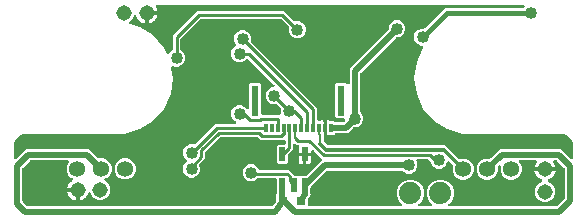
<source format=gbr>
G04 EAGLE Gerber RS-274X export*
G75*
%MOMM*%
%FSLAX34Y34*%
%LPD*%
%INBottom Copper*%
%IPPOS*%
%AMOC8*
5,1,8,0,0,1.08239X$1,22.5*%
G01*
%ADD10C,1.359600*%
%ADD11C,1.879600*%
%ADD12R,0.550000X1.200000*%
%ADD13R,0.800000X0.800000*%
%ADD14R,0.350000X0.800000*%
%ADD15R,0.600000X2.600000*%
%ADD16C,1.309600*%
%ADD17C,1.016000*%
%ADD18C,0.254000*%
%ADD19C,0.406400*%
%ADD20C,0.203200*%
%ADD21C,0.304800*%
%ADD22C,0.508000*%

G36*
X330933Y10432D02*
X330933Y10432D01*
X331072Y10445D01*
X331091Y10452D01*
X331111Y10455D01*
X331240Y10506D01*
X331371Y10553D01*
X331388Y10564D01*
X331407Y10572D01*
X331519Y10653D01*
X331634Y10731D01*
X331648Y10747D01*
X331664Y10758D01*
X331753Y10866D01*
X331845Y10970D01*
X331854Y10988D01*
X331867Y11003D01*
X331926Y11129D01*
X331989Y11253D01*
X331994Y11273D01*
X332002Y11291D01*
X332029Y11427D01*
X332059Y11563D01*
X332058Y11584D01*
X332062Y11603D01*
X332054Y11742D01*
X332049Y11881D01*
X332044Y11901D01*
X332042Y11921D01*
X332000Y12053D01*
X331961Y12187D01*
X331951Y12204D01*
X331944Y12223D01*
X331870Y12341D01*
X331799Y12461D01*
X331781Y12482D01*
X331774Y12492D01*
X331759Y12506D01*
X331693Y12581D01*
X329089Y15185D01*
X327349Y19386D01*
X327349Y23934D01*
X329089Y28135D01*
X332305Y31351D01*
X336506Y33091D01*
X341054Y33091D01*
X345255Y31351D01*
X348471Y28135D01*
X350211Y23934D01*
X350211Y19386D01*
X348471Y15185D01*
X345867Y12581D01*
X345782Y12472D01*
X345693Y12365D01*
X345684Y12346D01*
X345672Y12330D01*
X345616Y12202D01*
X345558Y12077D01*
X345554Y12057D01*
X345546Y12038D01*
X345524Y11900D01*
X345498Y11764D01*
X345499Y11744D01*
X345496Y11724D01*
X345509Y11585D01*
X345518Y11447D01*
X345524Y11428D01*
X345526Y11408D01*
X345573Y11276D01*
X345616Y11145D01*
X345626Y11127D01*
X345633Y11108D01*
X345711Y10993D01*
X345786Y10876D01*
X345800Y10862D01*
X345812Y10845D01*
X345916Y10753D01*
X346017Y10658D01*
X346035Y10648D01*
X346050Y10635D01*
X346174Y10571D01*
X346296Y10504D01*
X346315Y10499D01*
X346333Y10490D01*
X346469Y10460D01*
X346604Y10425D01*
X346632Y10423D01*
X346644Y10420D01*
X346664Y10421D01*
X346764Y10415D01*
X356196Y10415D01*
X356333Y10432D01*
X356472Y10445D01*
X356491Y10452D01*
X356511Y10455D01*
X356640Y10506D01*
X356771Y10553D01*
X356788Y10564D01*
X356807Y10572D01*
X356919Y10653D01*
X357034Y10731D01*
X357048Y10747D01*
X357064Y10758D01*
X357153Y10866D01*
X357245Y10970D01*
X357254Y10988D01*
X357267Y11003D01*
X357326Y11129D01*
X357389Y11253D01*
X357394Y11273D01*
X357402Y11291D01*
X357429Y11427D01*
X357459Y11563D01*
X357458Y11584D01*
X357462Y11603D01*
X357454Y11742D01*
X357449Y11881D01*
X357444Y11901D01*
X357442Y11921D01*
X357400Y12053D01*
X357361Y12187D01*
X357351Y12204D01*
X357344Y12223D01*
X357270Y12341D01*
X357199Y12461D01*
X357181Y12482D01*
X357174Y12492D01*
X357159Y12506D01*
X357093Y12581D01*
X354489Y15185D01*
X352749Y19386D01*
X352749Y23934D01*
X354489Y28135D01*
X357705Y31351D01*
X361906Y33091D01*
X366454Y33091D01*
X370655Y31351D01*
X373871Y28135D01*
X375611Y23934D01*
X375611Y19386D01*
X373871Y15185D01*
X371267Y12581D01*
X371182Y12472D01*
X371093Y12365D01*
X371084Y12346D01*
X371072Y12330D01*
X371016Y12202D01*
X370958Y12077D01*
X370954Y12057D01*
X370946Y12038D01*
X370924Y11900D01*
X370898Y11764D01*
X370899Y11744D01*
X370896Y11724D01*
X370909Y11585D01*
X370918Y11447D01*
X370924Y11428D01*
X370926Y11408D01*
X370973Y11276D01*
X371016Y11145D01*
X371026Y11127D01*
X371033Y11108D01*
X371111Y10993D01*
X371186Y10876D01*
X371200Y10862D01*
X371212Y10845D01*
X371316Y10753D01*
X371417Y10658D01*
X371435Y10648D01*
X371450Y10635D01*
X371574Y10571D01*
X371696Y10504D01*
X371715Y10499D01*
X371733Y10490D01*
X371869Y10460D01*
X372004Y10425D01*
X372032Y10423D01*
X372044Y10420D01*
X372064Y10421D01*
X372164Y10415D01*
X462400Y10415D01*
X462498Y10427D01*
X462597Y10430D01*
X462656Y10447D01*
X462716Y10455D01*
X462808Y10491D01*
X462903Y10519D01*
X462955Y10549D01*
X463011Y10572D01*
X463092Y10630D01*
X463177Y10680D01*
X463252Y10746D01*
X463269Y10758D01*
X463277Y10768D01*
X463298Y10786D01*
X469214Y16702D01*
X469274Y16781D01*
X469342Y16853D01*
X469371Y16906D01*
X469408Y16954D01*
X469448Y17045D01*
X469496Y17131D01*
X469511Y17190D01*
X469535Y17245D01*
X469550Y17343D01*
X469575Y17439D01*
X469581Y17539D01*
X469585Y17560D01*
X469583Y17572D01*
X469585Y17600D01*
X469585Y42400D01*
X469573Y42498D01*
X469570Y42597D01*
X469553Y42656D01*
X469545Y42716D01*
X469509Y42808D01*
X469481Y42903D01*
X469451Y42955D01*
X469428Y43011D01*
X469370Y43091D01*
X469320Y43177D01*
X469254Y43252D01*
X469242Y43269D01*
X469232Y43277D01*
X469214Y43298D01*
X463298Y49214D01*
X463219Y49274D01*
X463147Y49342D01*
X463094Y49371D01*
X463046Y49408D01*
X462955Y49448D01*
X462869Y49496D01*
X462810Y49511D01*
X462755Y49535D01*
X462657Y49550D01*
X462561Y49575D01*
X462461Y49581D01*
X462440Y49585D01*
X462428Y49583D01*
X462400Y49585D01*
X461059Y49585D01*
X461019Y49580D01*
X460980Y49583D01*
X460862Y49560D01*
X460743Y49545D01*
X460706Y49531D01*
X460667Y49523D01*
X460559Y49472D01*
X460448Y49428D01*
X460416Y49405D01*
X460379Y49388D01*
X460287Y49312D01*
X460190Y49242D01*
X460165Y49211D01*
X460134Y49186D01*
X460064Y49089D01*
X459988Y48997D01*
X459971Y48961D01*
X459947Y48928D01*
X459903Y48817D01*
X459852Y48709D01*
X459845Y48670D01*
X459830Y48633D01*
X459815Y48514D01*
X459792Y48397D01*
X459795Y48357D01*
X459790Y48317D01*
X459805Y48198D01*
X459812Y48079D01*
X459824Y48041D01*
X459829Y48002D01*
X459873Y47890D01*
X459910Y47777D01*
X459931Y47743D01*
X459946Y47706D01*
X460032Y47570D01*
X460683Y46673D01*
X461333Y45399D01*
X461775Y44038D01*
X461835Y43659D01*
X453390Y43659D01*
X453272Y43644D01*
X453153Y43637D01*
X453115Y43624D01*
X453075Y43619D01*
X452964Y43576D01*
X452916Y43560D01*
X452898Y43570D01*
X452859Y43580D01*
X452823Y43597D01*
X452706Y43619D01*
X452590Y43649D01*
X452530Y43653D01*
X452510Y43657D01*
X452490Y43655D01*
X452430Y43659D01*
X443985Y43659D01*
X444045Y44038D01*
X444487Y45399D01*
X445137Y46673D01*
X445788Y47570D01*
X445807Y47605D01*
X445832Y47635D01*
X445883Y47744D01*
X445941Y47849D01*
X445951Y47887D01*
X445968Y47923D01*
X445990Y48040D01*
X446020Y48157D01*
X446020Y48197D01*
X446028Y48236D01*
X446020Y48355D01*
X446020Y48475D01*
X446010Y48513D01*
X446008Y48553D01*
X445971Y48667D01*
X445941Y48783D01*
X445922Y48818D01*
X445910Y48855D01*
X445846Y48957D01*
X445788Y49062D01*
X445761Y49091D01*
X445740Y49124D01*
X445653Y49206D01*
X445571Y49293D01*
X445537Y49315D01*
X445508Y49342D01*
X445403Y49400D01*
X445302Y49464D01*
X445265Y49476D01*
X445230Y49496D01*
X445114Y49525D01*
X445000Y49563D01*
X444960Y49565D01*
X444922Y49575D01*
X444761Y49585D01*
X432148Y49585D01*
X432010Y49568D01*
X431871Y49555D01*
X431852Y49548D01*
X431832Y49545D01*
X431702Y49494D01*
X431572Y49447D01*
X431555Y49436D01*
X431536Y49428D01*
X431424Y49347D01*
X431309Y49269D01*
X431295Y49253D01*
X431279Y49242D01*
X431190Y49134D01*
X431098Y49030D01*
X431089Y49012D01*
X431076Y48997D01*
X431017Y48871D01*
X430954Y48747D01*
X430949Y48727D01*
X430941Y48709D01*
X430915Y48572D01*
X430884Y48437D01*
X430885Y48416D01*
X430881Y48397D01*
X430889Y48258D01*
X430894Y48119D01*
X430899Y48099D01*
X430901Y48079D01*
X430943Y47947D01*
X430982Y47813D01*
X430992Y47796D01*
X430999Y47777D01*
X431073Y47659D01*
X431144Y47539D01*
X431162Y47518D01*
X431169Y47508D01*
X431184Y47494D01*
X431250Y47419D01*
X431826Y46842D01*
X433171Y43597D01*
X433171Y40083D01*
X431826Y36838D01*
X429342Y34354D01*
X426097Y33009D01*
X422583Y33009D01*
X419338Y34354D01*
X416854Y36838D01*
X415509Y40083D01*
X415509Y43798D01*
X415492Y43936D01*
X415479Y44075D01*
X415472Y44094D01*
X415469Y44114D01*
X415418Y44243D01*
X415371Y44374D01*
X415360Y44391D01*
X415352Y44409D01*
X415271Y44522D01*
X415193Y44637D01*
X415177Y44650D01*
X415166Y44667D01*
X415058Y44756D01*
X414954Y44847D01*
X414936Y44857D01*
X414921Y44870D01*
X414795Y44929D01*
X414671Y44992D01*
X414651Y44997D01*
X414633Y45005D01*
X414497Y45031D01*
X414361Y45062D01*
X414340Y45061D01*
X414321Y45065D01*
X414182Y45056D01*
X414043Y45052D01*
X414023Y45046D01*
X414003Y45045D01*
X413871Y45002D01*
X413737Y44964D01*
X413720Y44953D01*
X413701Y44947D01*
X413583Y44873D01*
X413463Y44802D01*
X413442Y44784D01*
X413432Y44777D01*
X413418Y44762D01*
X413343Y44696D01*
X413222Y44576D01*
X413162Y44497D01*
X413094Y44425D01*
X413065Y44372D01*
X413028Y44324D01*
X412988Y44233D01*
X412940Y44147D01*
X412925Y44088D01*
X412901Y44033D01*
X412886Y43935D01*
X412861Y43839D01*
X412855Y43739D01*
X412851Y43718D01*
X412853Y43706D01*
X412851Y43678D01*
X412851Y40083D01*
X411506Y36838D01*
X409022Y34354D01*
X405777Y33009D01*
X402263Y33009D01*
X399018Y34354D01*
X396534Y36838D01*
X395189Y40083D01*
X395189Y43597D01*
X396534Y46842D01*
X399018Y49326D01*
X402263Y50671D01*
X405858Y50671D01*
X405956Y50683D01*
X406055Y50686D01*
X406114Y50703D01*
X406174Y50711D01*
X406266Y50747D01*
X406361Y50775D01*
X406413Y50805D01*
X406469Y50828D01*
X406550Y50886D01*
X406635Y50936D01*
X406710Y51002D01*
X406727Y51014D01*
X406735Y51024D01*
X406756Y51042D01*
X411393Y55680D01*
X414444Y58731D01*
X466714Y58731D01*
X469764Y55681D01*
X469764Y55680D01*
X474531Y50914D01*
X474640Y50829D01*
X474747Y50740D01*
X474766Y50732D01*
X474782Y50719D01*
X474910Y50664D01*
X475035Y50605D01*
X475055Y50601D01*
X475074Y50593D01*
X475212Y50571D01*
X475348Y50545D01*
X475368Y50546D01*
X475388Y50543D01*
X475527Y50556D01*
X475665Y50565D01*
X475684Y50571D01*
X475704Y50573D01*
X475836Y50620D01*
X475967Y50663D01*
X475985Y50674D01*
X476004Y50681D01*
X476119Y50759D01*
X476236Y50833D01*
X476250Y50848D01*
X476267Y50859D01*
X476359Y50963D01*
X476454Y51065D01*
X476464Y51082D01*
X476477Y51098D01*
X476541Y51221D01*
X476608Y51343D01*
X476613Y51363D01*
X476622Y51381D01*
X476652Y51517D01*
X476687Y51651D01*
X476689Y51679D01*
X476692Y51691D01*
X476691Y51711D01*
X476697Y51812D01*
X476697Y62300D01*
X476695Y62320D01*
X476691Y62424D01*
X476535Y64010D01*
X476511Y64114D01*
X476497Y64219D01*
X476469Y64299D01*
X476464Y64320D01*
X476457Y64334D01*
X476444Y64371D01*
X475231Y67301D01*
X475226Y67309D01*
X475224Y67318D01*
X475148Y67447D01*
X475073Y67578D01*
X475067Y67584D01*
X475062Y67592D01*
X474956Y67713D01*
X472713Y69956D01*
X472706Y69961D01*
X472700Y69969D01*
X472580Y70059D01*
X472462Y70151D01*
X472453Y70154D01*
X472446Y70160D01*
X472301Y70231D01*
X469371Y71444D01*
X469269Y71472D01*
X469169Y71509D01*
X469086Y71523D01*
X469065Y71528D01*
X469049Y71529D01*
X469010Y71535D01*
X467424Y71691D01*
X467405Y71691D01*
X467300Y71697D01*
X383199Y71697D01*
X370148Y75529D01*
X358705Y82883D01*
X349797Y93163D01*
X344147Y105536D01*
X342211Y119000D01*
X344147Y132464D01*
X349763Y144761D01*
X349784Y144830D01*
X349815Y144895D01*
X349831Y144981D01*
X349857Y145064D01*
X349861Y145137D01*
X349875Y145208D01*
X349869Y145295D01*
X349874Y145382D01*
X349859Y145453D01*
X349855Y145525D01*
X349828Y145608D01*
X349811Y145694D01*
X349779Y145759D01*
X349757Y145827D01*
X349710Y145901D01*
X349672Y145980D01*
X349625Y146035D01*
X349587Y146096D01*
X349523Y146156D01*
X349467Y146223D01*
X349408Y146265D01*
X349355Y146314D01*
X349279Y146356D01*
X349207Y146407D01*
X349140Y146433D01*
X349077Y146468D01*
X348992Y146489D01*
X348910Y146521D01*
X348839Y146529D01*
X348769Y146547D01*
X348608Y146557D01*
X347835Y146557D01*
X345221Y147640D01*
X343220Y149641D01*
X342137Y152255D01*
X342137Y155085D01*
X343220Y157699D01*
X345221Y159700D01*
X347835Y160783D01*
X350089Y160783D01*
X350187Y160795D01*
X350286Y160798D01*
X350344Y160815D01*
X350404Y160823D01*
X350496Y160859D01*
X350591Y160887D01*
X350643Y160917D01*
X350700Y160940D01*
X350780Y160998D01*
X350865Y161048D01*
X350941Y161114D01*
X350957Y161126D01*
X350965Y161136D01*
X350986Y161154D01*
X367886Y178055D01*
X434170Y178055D01*
X434268Y178067D01*
X434367Y178070D01*
X434426Y178087D01*
X434486Y178095D01*
X434578Y178131D01*
X434673Y178159D01*
X434725Y178189D01*
X434781Y178212D01*
X434861Y178270D01*
X434947Y178320D01*
X435022Y178386D01*
X435039Y178398D01*
X435046Y178408D01*
X435068Y178426D01*
X435444Y178803D01*
X435529Y178912D01*
X435617Y179019D01*
X435626Y179038D01*
X435639Y179054D01*
X435694Y179182D01*
X435753Y179307D01*
X435757Y179327D01*
X435765Y179346D01*
X435787Y179484D01*
X435813Y179620D01*
X435812Y179640D01*
X435815Y179660D01*
X435802Y179799D01*
X435793Y179937D01*
X435787Y179956D01*
X435785Y179976D01*
X435738Y180108D01*
X435695Y180239D01*
X435684Y180257D01*
X435677Y180276D01*
X435599Y180391D01*
X435525Y180508D01*
X435510Y180522D01*
X435499Y180539D01*
X435395Y180631D01*
X435293Y180726D01*
X435275Y180736D01*
X435260Y180749D01*
X435137Y180812D01*
X435015Y180880D01*
X434995Y180885D01*
X434977Y180894D01*
X434841Y180924D01*
X434707Y180959D01*
X434679Y180961D01*
X434667Y180964D01*
X434646Y180963D01*
X434546Y180969D01*
X124530Y180969D01*
X124432Y180957D01*
X124332Y180954D01*
X124274Y180937D01*
X124215Y180929D01*
X124122Y180893D01*
X124027Y180865D01*
X123975Y180835D01*
X123919Y180812D01*
X123839Y180754D01*
X123753Y180703D01*
X123710Y180661D01*
X123662Y180626D01*
X123598Y180549D01*
X123528Y180479D01*
X123497Y180427D01*
X123459Y180381D01*
X123416Y180291D01*
X123366Y180205D01*
X123349Y180147D01*
X123323Y180093D01*
X123305Y179995D01*
X123277Y179900D01*
X123275Y179840D01*
X123264Y179781D01*
X123270Y179681D01*
X123266Y179582D01*
X123280Y179523D01*
X123283Y179463D01*
X123314Y179369D01*
X123335Y179272D01*
X123375Y179180D01*
X123381Y179161D01*
X123388Y179150D01*
X123399Y179124D01*
X123993Y177959D01*
X124435Y176598D01*
X124495Y176219D01*
X116050Y176219D01*
X115932Y176204D01*
X115813Y176197D01*
X115775Y176184D01*
X115735Y176179D01*
X115624Y176136D01*
X115511Y176099D01*
X115477Y176077D01*
X115439Y176062D01*
X115343Y175993D01*
X115242Y175929D01*
X115214Y175899D01*
X115182Y175876D01*
X115106Y175784D01*
X115024Y175697D01*
X115005Y175662D01*
X114979Y175631D01*
X114928Y175523D01*
X114871Y175419D01*
X114861Y175379D01*
X114843Y175343D01*
X114821Y175226D01*
X114815Y175224D01*
X114774Y175219D01*
X114664Y175175D01*
X114551Y175139D01*
X114516Y175117D01*
X114479Y175102D01*
X114382Y175032D01*
X114282Y174969D01*
X114254Y174939D01*
X114221Y174915D01*
X114145Y174824D01*
X114064Y174737D01*
X114044Y174702D01*
X114019Y174670D01*
X113968Y174563D01*
X113910Y174458D01*
X113900Y174419D01*
X113883Y174383D01*
X113861Y174266D01*
X113831Y174150D01*
X113827Y174090D01*
X113823Y174070D01*
X113825Y174050D01*
X113821Y173990D01*
X113821Y165545D01*
X113442Y165605D01*
X112081Y166047D01*
X110807Y166697D01*
X109649Y167538D01*
X108638Y168549D01*
X107797Y169707D01*
X107147Y170981D01*
X106986Y171476D01*
X106974Y171503D01*
X106967Y171532D01*
X106906Y171647D01*
X106851Y171764D01*
X106832Y171787D01*
X106818Y171814D01*
X106731Y171909D01*
X106648Y172009D01*
X106624Y172027D01*
X106604Y172049D01*
X106496Y172120D01*
X106391Y172196D01*
X106363Y172207D01*
X106338Y172224D01*
X106215Y172266D01*
X106095Y172313D01*
X106066Y172317D01*
X106037Y172327D01*
X105908Y172337D01*
X105780Y172353D01*
X105750Y172350D01*
X105720Y172352D01*
X105593Y172330D01*
X105464Y172314D01*
X105437Y172303D01*
X105407Y172298D01*
X105289Y172244D01*
X105169Y172197D01*
X105144Y172179D01*
X105117Y172167D01*
X105016Y172086D01*
X104911Y172010D01*
X104892Y171987D01*
X104869Y171969D01*
X104791Y171865D01*
X104708Y171765D01*
X104695Y171738D01*
X104677Y171714D01*
X104606Y171570D01*
X103794Y169609D01*
X101321Y167136D01*
X101267Y167106D01*
X101233Y167072D01*
X101193Y167045D01*
X101119Y166962D01*
X101039Y166884D01*
X101014Y166843D01*
X100982Y166807D01*
X100931Y166708D01*
X100873Y166613D01*
X100859Y166567D01*
X100837Y166525D01*
X100812Y166416D01*
X100779Y166309D01*
X100777Y166261D01*
X100766Y166214D01*
X100769Y166103D01*
X100764Y165992D01*
X100774Y165945D01*
X100775Y165897D01*
X100806Y165790D01*
X100828Y165680D01*
X100849Y165637D01*
X100862Y165591D01*
X100919Y165495D01*
X100968Y165395D01*
X100999Y165358D01*
X101023Y165316D01*
X101102Y165237D01*
X101174Y165153D01*
X101213Y165125D01*
X101247Y165091D01*
X101343Y165033D01*
X101434Y164969D01*
X101479Y164952D01*
X101520Y164928D01*
X101672Y164873D01*
X109852Y162471D01*
X121295Y155117D01*
X130203Y144837D01*
X132544Y139711D01*
X132605Y139611D01*
X132660Y139508D01*
X132689Y139477D01*
X132711Y139440D01*
X132795Y139359D01*
X132874Y139273D01*
X132910Y139250D01*
X132940Y139220D01*
X133042Y139162D01*
X133139Y139098D01*
X133180Y139084D01*
X133217Y139063D01*
X133330Y139033D01*
X133440Y138995D01*
X133483Y138992D01*
X133524Y138981D01*
X133641Y138979D01*
X133757Y138970D01*
X133799Y138977D01*
X133842Y138977D01*
X133956Y139005D01*
X134070Y139024D01*
X134110Y139042D01*
X134151Y139052D01*
X134254Y139107D01*
X134360Y139155D01*
X134394Y139182D01*
X134432Y139202D01*
X134518Y139281D01*
X134609Y139354D01*
X134635Y139388D01*
X134666Y139417D01*
X134730Y139514D01*
X134800Y139608D01*
X134829Y139666D01*
X134840Y139683D01*
X134846Y139702D01*
X134871Y139752D01*
X134940Y139919D01*
X136947Y141926D01*
X137047Y141989D01*
X137160Y142054D01*
X137181Y142074D01*
X137206Y142090D01*
X137295Y142184D01*
X137388Y142275D01*
X137404Y142300D01*
X137424Y142322D01*
X137487Y142435D01*
X137555Y142546D01*
X137563Y142574D01*
X137578Y142600D01*
X137610Y142726D01*
X137648Y142850D01*
X137650Y142880D01*
X137657Y142908D01*
X137667Y143069D01*
X137667Y155038D01*
X158652Y176023D01*
X231965Y176023D01*
X240556Y167432D01*
X240580Y167413D01*
X240599Y167391D01*
X240705Y167316D01*
X240807Y167237D01*
X240835Y167225D01*
X240859Y167208D01*
X240980Y167162D01*
X241099Y167110D01*
X241129Y167106D01*
X241156Y167095D01*
X241285Y167081D01*
X241413Y167060D01*
X241443Y167063D01*
X241472Y167060D01*
X241601Y167078D01*
X241730Y167090D01*
X241758Y167100D01*
X241787Y167104D01*
X241870Y167133D01*
X244712Y167133D01*
X247326Y166050D01*
X249327Y164049D01*
X250410Y161435D01*
X250410Y158605D01*
X249327Y155991D01*
X247326Y153990D01*
X244712Y152907D01*
X241882Y152907D01*
X239268Y153990D01*
X237267Y155991D01*
X236184Y158605D01*
X236184Y161443D01*
X236210Y161559D01*
X236244Y161684D01*
X236245Y161714D01*
X236251Y161743D01*
X236247Y161872D01*
X236250Y162002D01*
X236243Y162031D01*
X236242Y162061D01*
X236206Y162185D01*
X236175Y162312D01*
X236162Y162338D01*
X236153Y162366D01*
X236087Y162478D01*
X236027Y162593D01*
X236007Y162614D01*
X235992Y162640D01*
X235885Y162761D01*
X229601Y169046D01*
X229522Y169106D01*
X229450Y169174D01*
X229397Y169203D01*
X229349Y169240D01*
X229258Y169280D01*
X229172Y169328D01*
X229113Y169343D01*
X229058Y169367D01*
X228960Y169382D01*
X228864Y169407D01*
X228764Y169413D01*
X228743Y169417D01*
X228731Y169415D01*
X228703Y169417D01*
X161914Y169417D01*
X161816Y169405D01*
X161717Y169402D01*
X161658Y169385D01*
X161598Y169377D01*
X161506Y169341D01*
X161411Y169313D01*
X161359Y169283D01*
X161303Y169260D01*
X161223Y169202D01*
X161137Y169152D01*
X161062Y169086D01*
X161045Y169074D01*
X161037Y169064D01*
X161016Y169046D01*
X144644Y152674D01*
X144584Y152595D01*
X144516Y152523D01*
X144487Y152470D01*
X144450Y152422D01*
X144410Y152331D01*
X144362Y152245D01*
X144347Y152186D01*
X144323Y152131D01*
X144308Y152033D01*
X144283Y151937D01*
X144277Y151837D01*
X144273Y151816D01*
X144275Y151804D01*
X144273Y151776D01*
X144273Y143069D01*
X144276Y143039D01*
X144274Y143010D01*
X144296Y142882D01*
X144313Y142753D01*
X144323Y142726D01*
X144329Y142697D01*
X144382Y142578D01*
X144430Y142458D01*
X144447Y142434D01*
X144459Y142407D01*
X144540Y142305D01*
X144616Y142200D01*
X144639Y142181D01*
X144658Y142158D01*
X144762Y142080D01*
X144861Y141997D01*
X144888Y141985D01*
X144912Y141967D01*
X144990Y141928D01*
X147000Y139919D01*
X148083Y137305D01*
X148083Y134475D01*
X147000Y131861D01*
X144999Y129860D01*
X142385Y128777D01*
X139555Y128777D01*
X138242Y129321D01*
X138107Y129358D01*
X137973Y129399D01*
X137954Y129400D01*
X137935Y129405D01*
X137795Y129407D01*
X137655Y129414D01*
X137637Y129410D01*
X137617Y129410D01*
X137481Y129378D01*
X137344Y129349D01*
X137327Y129341D01*
X137308Y129336D01*
X137184Y129271D01*
X137059Y129209D01*
X137044Y129196D01*
X137027Y129187D01*
X136923Y129093D01*
X136817Y129002D01*
X136806Y128987D01*
X136791Y128974D01*
X136715Y128857D01*
X136634Y128742D01*
X136627Y128724D01*
X136617Y128708D01*
X136571Y128575D01*
X136522Y128445D01*
X136520Y128425D01*
X136513Y128407D01*
X136502Y128267D01*
X136487Y128129D01*
X136489Y128102D01*
X136488Y128090D01*
X136492Y128070D01*
X136500Y127968D01*
X137789Y119000D01*
X135853Y105536D01*
X130203Y93163D01*
X121295Y82883D01*
X109852Y75529D01*
X96801Y71697D01*
X12700Y71697D01*
X12680Y71695D01*
X12576Y71691D01*
X10990Y71535D01*
X10886Y71511D01*
X10781Y71497D01*
X10701Y71469D01*
X10680Y71464D01*
X10666Y71457D01*
X10629Y71444D01*
X7699Y70231D01*
X7691Y70226D01*
X7682Y70224D01*
X7553Y70148D01*
X7422Y70073D01*
X7416Y70067D01*
X7408Y70062D01*
X7287Y69956D01*
X5044Y67713D01*
X5039Y67706D01*
X5031Y67700D01*
X4941Y67580D01*
X4849Y67462D01*
X4846Y67453D01*
X4840Y67446D01*
X4769Y67301D01*
X3556Y64371D01*
X3528Y64269D01*
X3491Y64169D01*
X3477Y64086D01*
X3472Y64065D01*
X3471Y64049D01*
X3465Y64010D01*
X3309Y62424D01*
X3309Y62405D01*
X3303Y62300D01*
X3303Y51724D01*
X3320Y51586D01*
X3333Y51447D01*
X3340Y51428D01*
X3343Y51408D01*
X3394Y51279D01*
X3441Y51148D01*
X3452Y51131D01*
X3460Y51113D01*
X3541Y51000D01*
X3619Y50885D01*
X3635Y50872D01*
X3646Y50855D01*
X3754Y50766D01*
X3858Y50675D01*
X3876Y50665D01*
X3891Y50652D01*
X4017Y50593D01*
X4141Y50530D01*
X4161Y50525D01*
X4179Y50517D01*
X4315Y50491D01*
X4451Y50460D01*
X4472Y50461D01*
X4491Y50457D01*
X4630Y50466D01*
X4769Y50470D01*
X4789Y50476D01*
X4809Y50477D01*
X4941Y50520D01*
X5075Y50558D01*
X5092Y50569D01*
X5111Y50575D01*
X5229Y50649D01*
X5349Y50720D01*
X5370Y50738D01*
X5380Y50745D01*
X5394Y50760D01*
X5469Y50826D01*
X10324Y55680D01*
X13374Y58731D01*
X67206Y58731D01*
X70257Y55680D01*
X74444Y51492D01*
X74523Y51432D01*
X74595Y51364D01*
X74648Y51335D01*
X74696Y51298D01*
X74787Y51258D01*
X74873Y51210D01*
X74932Y51195D01*
X74987Y51171D01*
X75085Y51156D01*
X75181Y51131D01*
X75281Y51125D01*
X75302Y51121D01*
X75314Y51123D01*
X75342Y51121D01*
X78937Y51121D01*
X82182Y49776D01*
X84666Y47292D01*
X86011Y44047D01*
X86011Y40533D01*
X84666Y37288D01*
X82182Y34804D01*
X80670Y34177D01*
X80549Y34108D01*
X80426Y34043D01*
X80411Y34030D01*
X80393Y34020D01*
X80294Y33923D01*
X80191Y33829D01*
X80180Y33812D01*
X80165Y33798D01*
X80092Y33679D01*
X80016Y33564D01*
X80009Y33545D01*
X79999Y33527D01*
X79958Y33394D01*
X79913Y33263D01*
X79911Y33243D01*
X79905Y33223D01*
X79899Y33084D01*
X79888Y32946D01*
X79891Y32926D01*
X79890Y32906D01*
X79918Y32769D01*
X79942Y32632D01*
X79950Y32614D01*
X79954Y32594D01*
X80015Y32469D01*
X80073Y32343D01*
X80085Y32327D01*
X80094Y32309D01*
X80184Y32203D01*
X80271Y32094D01*
X80287Y32082D01*
X80300Y32067D01*
X80414Y31987D01*
X80525Y31903D01*
X80550Y31890D01*
X80560Y31883D01*
X80580Y31876D01*
X80670Y31832D01*
X81089Y31658D01*
X83502Y29245D01*
X84809Y26091D01*
X84809Y22677D01*
X83502Y19523D01*
X81089Y17110D01*
X77935Y15803D01*
X74521Y15803D01*
X71367Y17110D01*
X68954Y19523D01*
X68142Y21484D01*
X68127Y21510D01*
X68117Y21538D01*
X68048Y21648D01*
X67984Y21760D01*
X67963Y21782D01*
X67947Y21807D01*
X67853Y21896D01*
X67763Y21989D01*
X67737Y22004D01*
X67715Y22025D01*
X67602Y22087D01*
X67492Y22155D01*
X67463Y22164D01*
X67437Y22178D01*
X67311Y22210D01*
X67188Y22248D01*
X67158Y22250D01*
X67129Y22257D01*
X66999Y22257D01*
X66870Y22264D01*
X66841Y22258D01*
X66811Y22258D01*
X66685Y22226D01*
X66559Y22199D01*
X66532Y22186D01*
X66503Y22179D01*
X66389Y22117D01*
X66273Y22060D01*
X66250Y22040D01*
X66224Y22026D01*
X66130Y21937D01*
X66031Y21853D01*
X66014Y21829D01*
X65992Y21808D01*
X65923Y21699D01*
X65848Y21593D01*
X65837Y21565D01*
X65821Y21540D01*
X65762Y21390D01*
X65601Y20895D01*
X64951Y19621D01*
X64110Y18463D01*
X63099Y17452D01*
X61941Y16611D01*
X60667Y15961D01*
X59306Y15519D01*
X58927Y15459D01*
X58927Y23904D01*
X58912Y24022D01*
X58905Y24141D01*
X58892Y24179D01*
X58887Y24219D01*
X58844Y24330D01*
X58807Y24443D01*
X58785Y24477D01*
X58770Y24515D01*
X58701Y24611D01*
X58637Y24712D01*
X58607Y24740D01*
X58584Y24772D01*
X58492Y24848D01*
X58405Y24930D01*
X58370Y24949D01*
X58339Y24975D01*
X58231Y25026D01*
X58127Y25083D01*
X58087Y25093D01*
X58051Y25111D01*
X57934Y25133D01*
X57932Y25139D01*
X57927Y25180D01*
X57883Y25290D01*
X57847Y25403D01*
X57825Y25438D01*
X57810Y25475D01*
X57740Y25571D01*
X57677Y25672D01*
X57647Y25700D01*
X57623Y25733D01*
X57532Y25809D01*
X57445Y25890D01*
X57410Y25910D01*
X57378Y25935D01*
X57271Y25986D01*
X57166Y26044D01*
X57127Y26054D01*
X57091Y26071D01*
X56974Y26093D01*
X56858Y26123D01*
X56798Y26127D01*
X56778Y26131D01*
X56758Y26129D01*
X56698Y26133D01*
X48253Y26133D01*
X48313Y26512D01*
X48755Y27873D01*
X49405Y29147D01*
X50246Y30305D01*
X51257Y31316D01*
X52415Y32157D01*
X52576Y32240D01*
X52650Y32290D01*
X52730Y32332D01*
X52782Y32379D01*
X52839Y32419D01*
X52899Y32486D01*
X52965Y32546D01*
X53003Y32605D01*
X53050Y32657D01*
X53091Y32737D01*
X53140Y32812D01*
X53162Y32878D01*
X53194Y32940D01*
X53214Y33028D01*
X53243Y33113D01*
X53248Y33182D01*
X53264Y33251D01*
X53261Y33340D01*
X53268Y33430D01*
X53256Y33499D01*
X53254Y33569D01*
X53229Y33655D01*
X53214Y33743D01*
X53185Y33807D01*
X53165Y33874D01*
X53120Y33951D01*
X53083Y34033D01*
X53039Y34088D01*
X53004Y34148D01*
X52940Y34211D01*
X52885Y34281D01*
X52829Y34323D01*
X52779Y34373D01*
X52702Y34419D01*
X52630Y34473D01*
X52518Y34528D01*
X52505Y34535D01*
X52499Y34537D01*
X52486Y34543D01*
X51858Y34804D01*
X49374Y37288D01*
X48029Y40533D01*
X48029Y44047D01*
X49374Y47292D01*
X49500Y47418D01*
X49585Y47528D01*
X49674Y47635D01*
X49682Y47654D01*
X49695Y47670D01*
X49750Y47798D01*
X49809Y47923D01*
X49813Y47943D01*
X49821Y47962D01*
X49843Y48099D01*
X49869Y48236D01*
X49868Y48256D01*
X49871Y48276D01*
X49858Y48414D01*
X49849Y48553D01*
X49843Y48572D01*
X49841Y48592D01*
X49794Y48723D01*
X49751Y48855D01*
X49741Y48873D01*
X49734Y48892D01*
X49656Y49007D01*
X49581Y49124D01*
X49566Y49138D01*
X49555Y49155D01*
X49451Y49247D01*
X49350Y49342D01*
X49332Y49352D01*
X49317Y49365D01*
X49193Y49428D01*
X49071Y49496D01*
X49051Y49501D01*
X49033Y49510D01*
X48898Y49540D01*
X48763Y49575D01*
X48735Y49577D01*
X48723Y49580D01*
X48703Y49579D01*
X48602Y49585D01*
X17688Y49585D01*
X17590Y49573D01*
X17491Y49570D01*
X17432Y49553D01*
X17372Y49545D01*
X17280Y49509D01*
X17185Y49481D01*
X17133Y49451D01*
X17077Y49428D01*
X16997Y49370D01*
X16911Y49320D01*
X16836Y49254D01*
X16819Y49242D01*
X16811Y49232D01*
X16790Y49214D01*
X10786Y43210D01*
X10726Y43131D01*
X10658Y43059D01*
X10629Y43006D01*
X10592Y42958D01*
X10552Y42867D01*
X10504Y42781D01*
X10489Y42722D01*
X10465Y42667D01*
X10450Y42569D01*
X10425Y42473D01*
X10419Y42373D01*
X10415Y42352D01*
X10417Y42340D01*
X10415Y42312D01*
X10415Y15148D01*
X10427Y15050D01*
X10430Y14951D01*
X10447Y14892D01*
X10455Y14832D01*
X10491Y14740D01*
X10519Y14645D01*
X10549Y14593D01*
X10572Y14537D01*
X10630Y14457D01*
X10680Y14371D01*
X10746Y14296D01*
X10758Y14279D01*
X10768Y14271D01*
X10786Y14250D01*
X14222Y10814D01*
X14301Y10754D01*
X14373Y10686D01*
X14426Y10657D01*
X14474Y10620D01*
X14565Y10580D01*
X14651Y10532D01*
X14710Y10517D01*
X14765Y10493D01*
X14863Y10478D01*
X14959Y10453D01*
X15059Y10447D01*
X15080Y10443D01*
X15092Y10445D01*
X15120Y10443D01*
X221369Y10443D01*
X221407Y10448D01*
X221446Y10445D01*
X221565Y10467D01*
X221685Y10483D01*
X221720Y10497D01*
X221758Y10504D01*
X221868Y10555D01*
X221980Y10600D01*
X222011Y10622D01*
X222046Y10638D01*
X222140Y10715D01*
X222238Y10786D01*
X222262Y10816D01*
X222292Y10841D01*
X222395Y10964D01*
X224894Y14393D01*
X224960Y14513D01*
X225047Y14671D01*
X225048Y14672D01*
X225072Y14768D01*
X225127Y14979D01*
X225127Y14980D01*
X225137Y15140D01*
X225137Y20082D01*
X225405Y20350D01*
X225466Y20428D01*
X225534Y20501D01*
X225563Y20554D01*
X225600Y20601D01*
X225640Y20692D01*
X225688Y20779D01*
X225703Y20838D01*
X225727Y20893D01*
X225742Y20991D01*
X225767Y21087D01*
X225773Y21187D01*
X225777Y21207D01*
X225775Y21220D01*
X225777Y21248D01*
X225777Y33159D01*
X225762Y33277D01*
X225755Y33396D01*
X225742Y33434D01*
X225737Y33475D01*
X225694Y33585D01*
X225657Y33698D01*
X225635Y33733D01*
X225620Y33770D01*
X225551Y33866D01*
X225487Y33967D01*
X225457Y33995D01*
X225434Y34028D01*
X225342Y34104D01*
X225255Y34185D01*
X225220Y34205D01*
X225189Y34230D01*
X225081Y34281D01*
X224977Y34339D01*
X224937Y34349D01*
X224901Y34366D01*
X224784Y34388D01*
X224669Y34418D01*
X224609Y34422D01*
X224589Y34426D01*
X224568Y34424D01*
X224508Y34428D01*
X210113Y34428D01*
X210015Y34416D01*
X209916Y34413D01*
X209857Y34396D01*
X209797Y34388D01*
X209705Y34352D01*
X209610Y34324D01*
X209558Y34294D01*
X209502Y34271D01*
X209422Y34213D01*
X209336Y34163D01*
X209261Y34097D01*
X209244Y34085D01*
X209237Y34075D01*
X209215Y34057D01*
X208085Y32926D01*
X205471Y31843D01*
X202641Y31843D01*
X200027Y32926D01*
X198026Y34927D01*
X196943Y37541D01*
X196943Y40371D01*
X198026Y42985D01*
X200027Y44986D01*
X202641Y46069D01*
X205471Y46069D01*
X208085Y44986D01*
X210086Y42985D01*
X210570Y41817D01*
X210584Y41792D01*
X210593Y41764D01*
X210663Y41654D01*
X210727Y41541D01*
X210748Y41520D01*
X210763Y41495D01*
X210858Y41406D01*
X210948Y41313D01*
X210974Y41297D01*
X210995Y41277D01*
X211109Y41214D01*
X211219Y41146D01*
X211248Y41138D01*
X211274Y41123D01*
X211399Y41091D01*
X211523Y41053D01*
X211553Y41051D01*
X211581Y41044D01*
X211742Y41034D01*
X236046Y41034D01*
X238352Y38727D01*
X240246Y36833D01*
X240324Y36773D01*
X240396Y36705D01*
X240449Y36676D01*
X240497Y36639D01*
X240588Y36599D01*
X240675Y36551D01*
X240733Y36536D01*
X240789Y36512D01*
X240887Y36497D01*
X240983Y36472D01*
X241083Y36466D01*
X241103Y36462D01*
X241116Y36464D01*
X241144Y36462D01*
X243652Y36462D01*
X243913Y36201D01*
X244007Y36128D01*
X244096Y36049D01*
X244132Y36031D01*
X244164Y36006D01*
X244273Y35959D01*
X244379Y35905D01*
X244418Y35896D01*
X244456Y35880D01*
X244573Y35861D01*
X244689Y35835D01*
X244730Y35836D01*
X244770Y35830D01*
X244889Y35841D01*
X245007Y35845D01*
X245046Y35856D01*
X245086Y35860D01*
X245199Y35900D01*
X245313Y35933D01*
X245348Y35954D01*
X245386Y35967D01*
X245484Y36034D01*
X245587Y36095D01*
X245632Y36135D01*
X245649Y36146D01*
X245662Y36161D01*
X245708Y36201D01*
X245968Y36462D01*
X250600Y36462D01*
X250698Y36474D01*
X250797Y36477D01*
X250856Y36494D01*
X250916Y36502D01*
X251008Y36538D01*
X251103Y36566D01*
X251155Y36596D01*
X251211Y36619D01*
X251292Y36677D01*
X251377Y36727D01*
X251452Y36793D01*
X251469Y36805D01*
X251477Y36815D01*
X251498Y36833D01*
X261427Y46763D01*
X261432Y46769D01*
X263159Y48495D01*
X263755Y49091D01*
X263828Y49185D01*
X263906Y49274D01*
X263925Y49310D01*
X263950Y49342D01*
X263997Y49451D01*
X264051Y49557D01*
X264060Y49596D01*
X264076Y49634D01*
X264095Y49751D01*
X264121Y49867D01*
X264120Y49908D01*
X264126Y49948D01*
X264115Y50066D01*
X264111Y50185D01*
X264100Y50224D01*
X264096Y50264D01*
X264056Y50376D01*
X264023Y50491D01*
X264002Y50526D01*
X263988Y50564D01*
X263921Y50662D01*
X263861Y50765D01*
X263821Y50810D01*
X263810Y50827D01*
X263795Y50840D01*
X263755Y50886D01*
X262043Y52598D01*
X257017Y57623D01*
X256908Y57708D01*
X256801Y57797D01*
X256782Y57805D01*
X256766Y57818D01*
X256638Y57873D01*
X256513Y57932D01*
X256493Y57936D01*
X256474Y57944D01*
X256336Y57966D01*
X256200Y57992D01*
X256180Y57991D01*
X256160Y57994D01*
X256021Y57981D01*
X255883Y57972D01*
X255864Y57966D01*
X255844Y57964D01*
X255712Y57917D01*
X255581Y57874D01*
X255563Y57863D01*
X255544Y57856D01*
X255429Y57778D01*
X255312Y57704D01*
X255298Y57689D01*
X255281Y57678D01*
X255189Y57574D01*
X255094Y57472D01*
X255084Y57455D01*
X255071Y57439D01*
X255007Y57315D01*
X254940Y57194D01*
X254935Y57174D01*
X254926Y57156D01*
X254896Y57020D01*
X254861Y56886D01*
X254859Y56858D01*
X254856Y56846D01*
X254857Y56825D01*
X254851Y56725D01*
X254851Y55805D01*
X249665Y55805D01*
X249595Y55796D01*
X249555Y55799D01*
X249535Y55803D01*
X249515Y55801D01*
X249455Y55805D01*
X244269Y55805D01*
X244269Y60765D01*
X244369Y61139D01*
X244387Y61264D01*
X244410Y61388D01*
X244408Y61421D01*
X244413Y61455D01*
X244398Y61580D01*
X244390Y61705D01*
X244380Y61737D01*
X244376Y61770D01*
X244331Y61888D01*
X244292Y62007D01*
X244274Y62036D01*
X244262Y62067D01*
X244190Y62170D01*
X244122Y62276D01*
X244098Y62299D01*
X244078Y62327D01*
X243982Y62408D01*
X243891Y62494D01*
X243861Y62510D01*
X243835Y62532D01*
X243722Y62587D01*
X243612Y62648D01*
X243579Y62656D01*
X243549Y62671D01*
X243426Y62696D01*
X243304Y62727D01*
X243255Y62730D01*
X243237Y62734D01*
X243216Y62733D01*
X243143Y62737D01*
X242472Y62737D01*
X241969Y63240D01*
X241860Y63325D01*
X241753Y63414D01*
X241734Y63422D01*
X241718Y63435D01*
X241590Y63490D01*
X241465Y63549D01*
X241445Y63553D01*
X241426Y63561D01*
X241288Y63583D01*
X241152Y63609D01*
X241132Y63608D01*
X241112Y63611D01*
X240973Y63598D01*
X240835Y63589D01*
X240816Y63583D01*
X240796Y63581D01*
X240665Y63534D01*
X240533Y63491D01*
X240515Y63480D01*
X240496Y63473D01*
X240382Y63396D01*
X240264Y63321D01*
X240250Y63306D01*
X240233Y63295D01*
X240141Y63191D01*
X240046Y63089D01*
X240036Y63072D01*
X240023Y63056D01*
X239959Y62933D01*
X239892Y62811D01*
X239887Y62791D01*
X239878Y62773D01*
X239848Y62637D01*
X239813Y62503D01*
X239811Y62475D01*
X239808Y62463D01*
X239809Y62442D01*
X239803Y62342D01*
X239803Y58602D01*
X235714Y54514D01*
X235654Y54435D01*
X235586Y54363D01*
X235557Y54310D01*
X235520Y54262D01*
X235480Y54171D01*
X235432Y54085D01*
X235417Y54026D01*
X235393Y53971D01*
X235378Y53873D01*
X235353Y53777D01*
X235347Y53677D01*
X235343Y53656D01*
X235345Y53644D01*
X235343Y53616D01*
X235343Y47589D01*
X234152Y46398D01*
X226968Y46398D01*
X225777Y47589D01*
X225777Y61273D01*
X226968Y62464D01*
X231928Y62464D01*
X232046Y62479D01*
X232165Y62486D01*
X232203Y62499D01*
X232244Y62504D01*
X232354Y62547D01*
X232467Y62584D01*
X232502Y62606D01*
X232539Y62621D01*
X232635Y62690D01*
X232736Y62754D01*
X232764Y62784D01*
X232797Y62807D01*
X232873Y62899D01*
X232954Y62986D01*
X232974Y63021D01*
X232999Y63052D01*
X233050Y63160D01*
X233108Y63264D01*
X233118Y63304D01*
X233135Y63340D01*
X233157Y63457D01*
X233187Y63572D01*
X233191Y63632D01*
X233195Y63652D01*
X233193Y63673D01*
X233197Y63733D01*
X233197Y65543D01*
X233180Y65680D01*
X233167Y65819D01*
X233160Y65838D01*
X233157Y65858D01*
X233106Y65987D01*
X233059Y66118D01*
X233048Y66135D01*
X233040Y66154D01*
X232959Y66266D01*
X232881Y66381D01*
X232865Y66395D01*
X232854Y66411D01*
X232747Y66500D01*
X232642Y66592D01*
X232624Y66601D01*
X232609Y66614D01*
X232483Y66673D01*
X232359Y66736D01*
X232339Y66741D01*
X232321Y66749D01*
X232185Y66775D01*
X232049Y66806D01*
X232028Y66805D01*
X232009Y66809D01*
X231870Y66801D01*
X231731Y66796D01*
X231711Y66791D01*
X231691Y66789D01*
X231559Y66747D01*
X231425Y66708D01*
X231408Y66698D01*
X231389Y66691D01*
X231271Y66617D01*
X231151Y66546D01*
X231130Y66528D01*
X231120Y66521D01*
X231106Y66506D01*
X231030Y66440D01*
X230986Y66395D01*
X212014Y66395D01*
X209656Y68754D01*
X209578Y68814D01*
X209506Y68882D01*
X209453Y68911D01*
X209405Y68948D01*
X209314Y68988D01*
X209227Y69036D01*
X209169Y69051D01*
X209113Y69075D01*
X209015Y69090D01*
X208919Y69115D01*
X208819Y69121D01*
X208799Y69125D01*
X208786Y69123D01*
X208758Y69125D01*
X178578Y69125D01*
X178479Y69113D01*
X178380Y69110D01*
X178322Y69093D01*
X178262Y69085D01*
X178170Y69049D01*
X178075Y69021D01*
X178023Y68991D01*
X177966Y68968D01*
X177886Y68910D01*
X177801Y68860D01*
X177726Y68794D01*
X177709Y68782D01*
X177701Y68772D01*
X177680Y68754D01*
X165726Y56800D01*
X165666Y56722D01*
X165598Y56650D01*
X165569Y56597D01*
X165532Y56549D01*
X165492Y56458D01*
X165444Y56371D01*
X165429Y56312D01*
X165405Y56257D01*
X165390Y56159D01*
X165365Y56063D01*
X165359Y55963D01*
X165355Y55943D01*
X165357Y55930D01*
X165355Y55902D01*
X165355Y51040D01*
X160462Y46147D01*
X160444Y46124D01*
X160421Y46105D01*
X160347Y45999D01*
X160267Y45896D01*
X160255Y45869D01*
X160238Y45845D01*
X160192Y45723D01*
X160141Y45604D01*
X160136Y45575D01*
X160125Y45547D01*
X160111Y45418D01*
X160091Y45290D01*
X160093Y45260D01*
X160090Y45231D01*
X160108Y45103D01*
X160120Y44973D01*
X160130Y44945D01*
X160135Y44916D01*
X160187Y44764D01*
X160783Y43325D01*
X160783Y40495D01*
X159700Y37881D01*
X157699Y35880D01*
X155085Y34797D01*
X152255Y34797D01*
X149641Y35880D01*
X147640Y37881D01*
X146557Y40495D01*
X146557Y43325D01*
X147640Y45939D01*
X149699Y47997D01*
X149772Y48092D01*
X149850Y48181D01*
X149869Y48217D01*
X149894Y48249D01*
X149941Y48358D01*
X149995Y48464D01*
X150004Y48503D01*
X150020Y48541D01*
X150039Y48658D01*
X150065Y48774D01*
X150063Y48815D01*
X150070Y48855D01*
X150059Y48973D01*
X150055Y49092D01*
X150044Y49131D01*
X150040Y49171D01*
X150000Y49284D01*
X149967Y49398D01*
X149946Y49432D01*
X149932Y49471D01*
X149865Y49569D01*
X149805Y49672D01*
X149765Y49717D01*
X149754Y49734D01*
X149739Y49747D01*
X149699Y49792D01*
X147640Y51851D01*
X146557Y54465D01*
X146557Y57295D01*
X147640Y59909D01*
X149641Y61910D01*
X152255Y62993D01*
X155093Y62993D01*
X155209Y62967D01*
X155334Y62933D01*
X155364Y62932D01*
X155393Y62926D01*
X155522Y62930D01*
X155652Y62927D01*
X155681Y62934D01*
X155711Y62935D01*
X155835Y62971D01*
X155962Y63002D01*
X155988Y63015D01*
X156016Y63024D01*
X156128Y63090D01*
X156243Y63150D01*
X156264Y63170D01*
X156290Y63185D01*
X156411Y63292D01*
X173422Y80303D01*
X190098Y80303D01*
X190168Y80311D01*
X190237Y80310D01*
X190325Y80331D01*
X190414Y80343D01*
X190479Y80368D01*
X190547Y80385D01*
X190626Y80427D01*
X190710Y80460D01*
X190766Y80501D01*
X190828Y80533D01*
X190894Y80594D01*
X190967Y80646D01*
X191011Y80700D01*
X191063Y80747D01*
X191112Y80822D01*
X191170Y80891D01*
X191199Y80955D01*
X191238Y81013D01*
X191267Y81098D01*
X191305Y81179D01*
X191318Y81248D01*
X191341Y81314D01*
X191348Y81403D01*
X191365Y81491D01*
X191361Y81561D01*
X191366Y81631D01*
X191351Y81719D01*
X191345Y81809D01*
X191324Y81875D01*
X191312Y81944D01*
X191275Y82026D01*
X191247Y82111D01*
X191210Y82170D01*
X191181Y82234D01*
X191125Y82304D01*
X191077Y82380D01*
X191026Y82428D01*
X190983Y82482D01*
X190911Y82536D01*
X190845Y82598D01*
X190784Y82632D01*
X190729Y82674D01*
X190584Y82745D01*
X190281Y82870D01*
X188280Y84871D01*
X187197Y87485D01*
X187197Y90315D01*
X188280Y92929D01*
X190281Y94930D01*
X192895Y96013D01*
X195725Y96013D01*
X198339Y94930D01*
X200301Y92968D01*
X200410Y92883D01*
X200517Y92794D01*
X200536Y92786D01*
X200552Y92773D01*
X200680Y92718D01*
X200805Y92659D01*
X200825Y92655D01*
X200844Y92647D01*
X200982Y92625D01*
X201118Y92599D01*
X201138Y92600D01*
X201158Y92597D01*
X201297Y92610D01*
X201435Y92619D01*
X201454Y92625D01*
X201474Y92627D01*
X201606Y92674D01*
X201737Y92717D01*
X201755Y92728D01*
X201774Y92735D01*
X201889Y92813D01*
X202006Y92887D01*
X202020Y92902D01*
X202037Y92913D01*
X202129Y93018D01*
X202224Y93119D01*
X202234Y93136D01*
X202247Y93152D01*
X202311Y93276D01*
X202378Y93397D01*
X202383Y93417D01*
X202392Y93435D01*
X202422Y93571D01*
X202457Y93705D01*
X202459Y93733D01*
X202462Y93745D01*
X202461Y93766D01*
X202467Y93866D01*
X202467Y113842D01*
X203658Y115033D01*
X211342Y115033D01*
X212533Y113842D01*
X212533Y89222D01*
X212548Y89104D01*
X212555Y88985D01*
X212568Y88947D01*
X212573Y88906D01*
X212616Y88796D01*
X212653Y88683D01*
X212675Y88648D01*
X212690Y88611D01*
X212759Y88515D01*
X212823Y88414D01*
X212853Y88386D01*
X212876Y88353D01*
X212968Y88277D01*
X213055Y88196D01*
X213090Y88176D01*
X213121Y88151D01*
X213229Y88100D01*
X213333Y88042D01*
X213373Y88032D01*
X213409Y88015D01*
X213526Y87993D01*
X213641Y87963D01*
X213701Y87959D01*
X213721Y87955D01*
X213742Y87957D01*
X213802Y87953D01*
X228066Y87953D01*
X228116Y87959D01*
X228165Y87957D01*
X228273Y87979D01*
X228382Y87993D01*
X228428Y88011D01*
X228477Y88021D01*
X228575Y88069D01*
X228677Y88110D01*
X228718Y88139D01*
X228762Y88161D01*
X228846Y88232D01*
X228935Y88296D01*
X228966Y88335D01*
X229004Y88367D01*
X229067Y88457D01*
X229138Y88541D01*
X229159Y88586D01*
X229187Y88627D01*
X229226Y88730D01*
X229273Y88829D01*
X229282Y88878D01*
X229300Y88924D01*
X229312Y89034D01*
X229333Y89141D01*
X229330Y89191D01*
X229335Y89240D01*
X229320Y89349D01*
X229313Y89459D01*
X229298Y89506D01*
X229291Y89555D01*
X229239Y89708D01*
X229107Y90025D01*
X229107Y92863D01*
X229133Y92979D01*
X229167Y93104D01*
X229168Y93134D01*
X229174Y93163D01*
X229171Y93293D01*
X229173Y93422D01*
X229166Y93451D01*
X229165Y93481D01*
X229129Y93605D01*
X229098Y93731D01*
X229085Y93758D01*
X229076Y93786D01*
X229011Y93897D01*
X228950Y94013D01*
X228930Y94035D01*
X228915Y94060D01*
X228808Y94181D01*
X226261Y96728D01*
X226237Y96747D01*
X226218Y96769D01*
X226112Y96844D01*
X226010Y96923D01*
X225982Y96935D01*
X225958Y96952D01*
X225837Y96998D01*
X225718Y97050D01*
X225688Y97054D01*
X225661Y97065D01*
X225532Y97079D01*
X225404Y97100D01*
X225374Y97097D01*
X225345Y97100D01*
X225216Y97082D01*
X225087Y97070D01*
X225059Y97060D01*
X225030Y97056D01*
X224947Y97027D01*
X222105Y97027D01*
X219491Y98110D01*
X217490Y100111D01*
X216407Y102725D01*
X216407Y105555D01*
X217490Y108169D01*
X219491Y110170D01*
X222105Y111253D01*
X222642Y111253D01*
X222780Y111270D01*
X222919Y111283D01*
X222938Y111290D01*
X222958Y111293D01*
X223087Y111344D01*
X223218Y111391D01*
X223235Y111402D01*
X223253Y111410D01*
X223366Y111491D01*
X223481Y111569D01*
X223494Y111585D01*
X223511Y111596D01*
X223600Y111704D01*
X223692Y111808D01*
X223701Y111826D01*
X223714Y111841D01*
X223773Y111967D01*
X223836Y112091D01*
X223841Y112111D01*
X223849Y112129D01*
X223875Y112265D01*
X223906Y112401D01*
X223905Y112422D01*
X223909Y112441D01*
X223900Y112580D01*
X223896Y112719D01*
X223890Y112739D01*
X223889Y112759D01*
X223846Y112891D01*
X223808Y113025D01*
X223797Y113042D01*
X223791Y113061D01*
X223717Y113179D01*
X223646Y113299D01*
X223628Y113320D01*
X223621Y113330D01*
X223606Y113344D01*
X223540Y113419D01*
X201712Y135248D01*
X201617Y135321D01*
X201528Y135399D01*
X201492Y135418D01*
X201460Y135443D01*
X201351Y135490D01*
X201245Y135544D01*
X201206Y135553D01*
X201168Y135569D01*
X201051Y135588D01*
X200935Y135614D01*
X200894Y135612D01*
X200854Y135619D01*
X200736Y135608D01*
X200617Y135604D01*
X200578Y135593D01*
X200538Y135589D01*
X200426Y135549D01*
X200311Y135516D01*
X200277Y135495D01*
X200238Y135481D01*
X200140Y135415D01*
X200037Y135354D01*
X199992Y135314D01*
X199975Y135303D01*
X199962Y135288D01*
X199917Y135248D01*
X198339Y133670D01*
X195725Y132587D01*
X192895Y132587D01*
X190281Y133670D01*
X188280Y135671D01*
X187197Y138285D01*
X187197Y141115D01*
X188280Y143729D01*
X190281Y145730D01*
X190775Y145934D01*
X190818Y145959D01*
X190865Y145976D01*
X190955Y146037D01*
X191051Y146092D01*
X191087Y146127D01*
X191128Y146154D01*
X191200Y146237D01*
X191279Y146313D01*
X191305Y146356D01*
X191338Y146393D01*
X191388Y146491D01*
X191446Y146584D01*
X191460Y146632D01*
X191483Y146676D01*
X191507Y146783D01*
X191539Y146888D01*
X191542Y146938D01*
X191553Y146986D01*
X191549Y147096D01*
X191554Y147206D01*
X191544Y147255D01*
X191543Y147304D01*
X191512Y147410D01*
X191490Y147517D01*
X191468Y147562D01*
X191455Y147610D01*
X191399Y147704D01*
X191350Y147803D01*
X191318Y147841D01*
X191293Y147884D01*
X191187Y148005D01*
X190820Y148371D01*
X189737Y150985D01*
X189737Y153815D01*
X190820Y156429D01*
X192821Y158430D01*
X195435Y159513D01*
X198265Y159513D01*
X200879Y158430D01*
X202880Y156429D01*
X203963Y153815D01*
X203963Y150977D01*
X203937Y150861D01*
X203903Y150736D01*
X203902Y150706D01*
X203896Y150677D01*
X203900Y150548D01*
X203897Y150418D01*
X203904Y150389D01*
X203905Y150359D01*
X203941Y150235D01*
X203972Y150108D01*
X203985Y150082D01*
X203994Y150054D01*
X204060Y149942D01*
X204120Y149827D01*
X204140Y149806D01*
X204155Y149780D01*
X204262Y149659D01*
X259843Y94078D01*
X259843Y84302D01*
X259858Y84184D01*
X259865Y84065D01*
X259878Y84027D01*
X259883Y83986D01*
X259926Y83876D01*
X259963Y83763D01*
X259985Y83728D01*
X260000Y83691D01*
X260069Y83595D01*
X260133Y83494D01*
X260163Y83466D01*
X260186Y83433D01*
X260278Y83357D01*
X260365Y83276D01*
X260400Y83256D01*
X260431Y83231D01*
X260539Y83180D01*
X260643Y83122D01*
X260683Y83112D01*
X260719Y83095D01*
X260836Y83073D01*
X260951Y83043D01*
X261011Y83039D01*
X261031Y83035D01*
X261052Y83037D01*
X261112Y83033D01*
X262849Y83033D01*
X262941Y83044D01*
X263033Y83046D01*
X263098Y83064D01*
X263165Y83073D01*
X263251Y83107D01*
X263340Y83131D01*
X263445Y83183D01*
X263460Y83190D01*
X263467Y83195D01*
X263484Y83203D01*
X263769Y83368D01*
X264416Y83541D01*
X265231Y83541D01*
X265231Y82420D01*
X265237Y82369D01*
X265235Y82320D01*
X265244Y82273D01*
X265246Y82223D01*
X265263Y82164D01*
X265270Y82104D01*
X265289Y82057D01*
X265299Y82008D01*
X265321Y81965D01*
X265334Y81917D01*
X265365Y81865D01*
X265387Y81809D01*
X265417Y81768D01*
X265439Y81723D01*
X265471Y81686D01*
X265496Y81643D01*
X265562Y81568D01*
X265574Y81551D01*
X265584Y81544D01*
X265602Y81522D01*
X265603Y81522D01*
X265626Y81504D01*
X265646Y81481D01*
X265736Y81418D01*
X265819Y81349D01*
X265837Y81340D01*
X265854Y81327D01*
X265881Y81315D01*
X265906Y81298D01*
X266009Y81259D01*
X266107Y81213D01*
X266126Y81209D01*
X266146Y81201D01*
X266175Y81196D01*
X266204Y81186D01*
X266314Y81173D01*
X266419Y81153D01*
X266420Y81153D01*
X266439Y81154D01*
X266460Y81151D01*
X266490Y81154D01*
X266520Y81151D01*
X266630Y81166D01*
X266737Y81173D01*
X266756Y81179D01*
X266776Y81181D01*
X266805Y81191D01*
X266834Y81195D01*
X266937Y81238D01*
X267040Y81271D01*
X267056Y81282D01*
X267076Y81288D01*
X267101Y81305D01*
X267128Y81317D01*
X267216Y81383D01*
X267308Y81441D01*
X267322Y81456D01*
X267339Y81467D01*
X267359Y81490D01*
X267383Y81508D01*
X267491Y81627D01*
X267506Y81652D01*
X267526Y81673D01*
X267536Y81690D01*
X267549Y81706D01*
X267599Y81803D01*
X267657Y81898D01*
X267666Y81926D01*
X267680Y81951D01*
X267685Y81971D01*
X267694Y81989D01*
X267718Y82095D01*
X267751Y82202D01*
X267752Y82231D01*
X267759Y82259D01*
X267761Y82288D01*
X267764Y82299D01*
X267763Y82318D01*
X267769Y82420D01*
X267769Y83541D01*
X268584Y83541D01*
X269231Y83368D01*
X269516Y83203D01*
X269601Y83167D01*
X269682Y83122D01*
X269747Y83106D01*
X269809Y83080D01*
X269901Y83066D01*
X269990Y83043D01*
X270107Y83036D01*
X270124Y83033D01*
X270132Y83034D01*
X270151Y83033D01*
X274092Y83033D01*
X275180Y81944D01*
X275258Y81884D01*
X275331Y81816D01*
X275384Y81787D01*
X275431Y81750D01*
X275522Y81710D01*
X275609Y81662D01*
X275668Y81647D01*
X275723Y81623D01*
X275821Y81608D01*
X275917Y81583D01*
X276017Y81577D01*
X276037Y81573D01*
X276050Y81575D01*
X276078Y81573D01*
X281590Y81573D01*
X281688Y81585D01*
X281787Y81588D01*
X281846Y81605D01*
X281906Y81613D01*
X281998Y81649D01*
X282093Y81677D01*
X282145Y81707D01*
X282201Y81730D01*
X282281Y81788D01*
X282367Y81838D01*
X282442Y81904D01*
X282459Y81916D01*
X282467Y81926D01*
X282488Y81944D01*
X283344Y82801D01*
X283429Y82910D01*
X283518Y83017D01*
X283526Y83036D01*
X283539Y83052D01*
X283594Y83180D01*
X283653Y83305D01*
X283657Y83325D01*
X283665Y83344D01*
X283687Y83482D01*
X283713Y83618D01*
X283712Y83638D01*
X283715Y83658D01*
X283702Y83797D01*
X283693Y83935D01*
X283687Y83954D01*
X283685Y83974D01*
X283638Y84105D01*
X283595Y84237D01*
X283584Y84255D01*
X283577Y84274D01*
X283500Y84388D01*
X283425Y84506D01*
X283410Y84520D01*
X283399Y84537D01*
X283295Y84629D01*
X283193Y84724D01*
X283176Y84734D01*
X283160Y84747D01*
X283037Y84810D01*
X282915Y84878D01*
X282895Y84883D01*
X282877Y84892D01*
X282741Y84922D01*
X282607Y84957D01*
X282579Y84959D01*
X282567Y84962D01*
X282546Y84961D01*
X282446Y84967D01*
X276658Y84967D01*
X275467Y86158D01*
X275467Y113842D01*
X276658Y115033D01*
X284342Y115033D01*
X285361Y114014D01*
X285470Y113929D01*
X285577Y113840D01*
X285596Y113832D01*
X285612Y113819D01*
X285739Y113764D01*
X285865Y113705D01*
X285885Y113701D01*
X285904Y113693D01*
X286042Y113671D01*
X286178Y113645D01*
X286198Y113646D01*
X286218Y113643D01*
X286357Y113656D01*
X286495Y113665D01*
X286514Y113671D01*
X286534Y113673D01*
X286666Y113720D01*
X286797Y113763D01*
X286815Y113774D01*
X286834Y113780D01*
X286949Y113859D01*
X287066Y113933D01*
X287080Y113948D01*
X287097Y113959D01*
X287189Y114063D01*
X287284Y114165D01*
X287294Y114182D01*
X287307Y114197D01*
X287371Y114322D01*
X287438Y114443D01*
X287443Y114463D01*
X287452Y114481D01*
X287482Y114617D01*
X287517Y114751D01*
X287519Y114779D01*
X287522Y114791D01*
X287521Y114811D01*
X287527Y114912D01*
X287527Y127144D01*
X320176Y159792D01*
X320236Y159871D01*
X320304Y159943D01*
X320333Y159996D01*
X320370Y160044D01*
X320410Y160135D01*
X320458Y160221D01*
X320473Y160280D01*
X320497Y160335D01*
X320512Y160433D01*
X320537Y160529D01*
X320543Y160629D01*
X320547Y160650D01*
X320545Y160662D01*
X320547Y160690D01*
X320547Y162225D01*
X321630Y164839D01*
X323631Y166840D01*
X326245Y167923D01*
X329075Y167923D01*
X331689Y166840D01*
X333690Y164839D01*
X334773Y162225D01*
X334773Y159395D01*
X333690Y156781D01*
X331689Y154780D01*
X329075Y153697D01*
X327540Y153697D01*
X327442Y153685D01*
X327343Y153682D01*
X327284Y153665D01*
X327224Y153657D01*
X327132Y153621D01*
X327037Y153593D01*
X326985Y153563D01*
X326929Y153540D01*
X326849Y153482D01*
X326763Y153432D01*
X326688Y153366D01*
X326671Y153354D01*
X326663Y153344D01*
X326642Y153326D01*
X297044Y123728D01*
X296984Y123649D01*
X296916Y123577D01*
X296887Y123524D01*
X296850Y123476D01*
X296810Y123385D01*
X296762Y123299D01*
X296747Y123240D01*
X296723Y123185D01*
X296708Y123087D01*
X296683Y122991D01*
X296677Y122891D01*
X296673Y122870D01*
X296675Y122858D01*
X296673Y122830D01*
X296673Y90622D01*
X296685Y90524D01*
X296688Y90425D01*
X296705Y90366D01*
X296713Y90306D01*
X296749Y90214D01*
X296777Y90119D01*
X296807Y90067D01*
X296830Y90011D01*
X296888Y89931D01*
X296938Y89845D01*
X297004Y89770D01*
X297016Y89753D01*
X297026Y89746D01*
X297044Y89724D01*
X298130Y88639D01*
X299213Y86025D01*
X299213Y83195D01*
X298130Y80581D01*
X296129Y78580D01*
X293515Y77497D01*
X291500Y77497D01*
X291402Y77485D01*
X291303Y77482D01*
X291244Y77465D01*
X291184Y77457D01*
X291092Y77421D01*
X290997Y77393D01*
X290945Y77363D01*
X290889Y77340D01*
X290809Y77282D01*
X290723Y77232D01*
X290648Y77166D01*
X290631Y77154D01*
X290623Y77144D01*
X290602Y77126D01*
X285904Y72427D01*
X276078Y72427D01*
X275980Y72415D01*
X275880Y72412D01*
X275822Y72395D01*
X275762Y72387D01*
X275670Y72351D01*
X275575Y72323D01*
X275523Y72293D01*
X275466Y72270D01*
X275386Y72212D01*
X275301Y72162D01*
X275226Y72096D01*
X275209Y72084D01*
X275201Y72074D01*
X275180Y72056D01*
X274092Y70967D01*
X270151Y70967D01*
X270059Y70956D01*
X269967Y70954D01*
X269902Y70936D01*
X269835Y70927D01*
X269749Y70893D01*
X269660Y70869D01*
X269555Y70817D01*
X269540Y70810D01*
X269533Y70805D01*
X269516Y70797D01*
X269231Y70632D01*
X268584Y70459D01*
X266954Y70459D01*
X266836Y70444D01*
X266717Y70437D01*
X266679Y70424D01*
X266638Y70419D01*
X266528Y70376D01*
X266415Y70339D01*
X266380Y70317D01*
X266343Y70302D01*
X266246Y70232D01*
X266146Y70169D01*
X266118Y70139D01*
X266085Y70116D01*
X266009Y70024D01*
X265928Y69937D01*
X265908Y69902D01*
X265883Y69871D01*
X265832Y69763D01*
X265774Y69659D01*
X265764Y69619D01*
X265747Y69583D01*
X265725Y69466D01*
X265695Y69351D01*
X265691Y69291D01*
X265687Y69271D01*
X265689Y69250D01*
X265685Y69190D01*
X265685Y66007D01*
X265697Y65909D01*
X265700Y65810D01*
X265717Y65752D01*
X265725Y65691D01*
X265761Y65599D01*
X265789Y65504D01*
X265819Y65452D01*
X265842Y65396D01*
X265900Y65316D01*
X265950Y65230D01*
X266016Y65155D01*
X266028Y65138D01*
X266038Y65131D01*
X266056Y65109D01*
X268817Y62348D01*
X268896Y62288D01*
X268968Y62220D01*
X269021Y62191D01*
X269069Y62154D01*
X269160Y62114D01*
X269246Y62066D01*
X269305Y62051D01*
X269361Y62027D01*
X269459Y62012D01*
X269554Y61987D01*
X269654Y61981D01*
X269675Y61977D01*
X269687Y61979D01*
X269715Y61977D01*
X368593Y61977D01*
X371048Y59521D01*
X379898Y50672D01*
X379922Y50654D01*
X379941Y50631D01*
X380047Y50556D01*
X380150Y50477D01*
X380177Y50465D01*
X380201Y50448D01*
X380322Y50402D01*
X380441Y50350D01*
X380471Y50346D01*
X380498Y50335D01*
X380627Y50321D01*
X380755Y50301D01*
X380785Y50303D01*
X380814Y50300D01*
X380943Y50318D01*
X381072Y50330D01*
X381100Y50340D01*
X381129Y50344D01*
X381281Y50397D01*
X381943Y50671D01*
X385457Y50671D01*
X388702Y49326D01*
X391186Y46842D01*
X392531Y43597D01*
X392531Y40083D01*
X391186Y36838D01*
X388702Y34354D01*
X385457Y33009D01*
X381943Y33009D01*
X378698Y34354D01*
X376214Y36838D01*
X374869Y40083D01*
X374869Y43597D01*
X375143Y44259D01*
X375151Y44287D01*
X375165Y44313D01*
X375193Y44440D01*
X375227Y44565D01*
X375228Y44595D01*
X375234Y44624D01*
X375230Y44753D01*
X375232Y44883D01*
X375226Y44912D01*
X375225Y44941D01*
X375189Y45066D01*
X375158Y45193D01*
X375144Y45219D01*
X375136Y45247D01*
X375070Y45359D01*
X375010Y45474D01*
X374990Y45495D01*
X374975Y45521D01*
X374868Y45642D01*
X372280Y48230D01*
X372241Y48261D01*
X372207Y48297D01*
X372115Y48358D01*
X372029Y48425D01*
X371983Y48445D01*
X371942Y48472D01*
X371838Y48508D01*
X371737Y48551D01*
X371688Y48559D01*
X371641Y48575D01*
X371531Y48584D01*
X371423Y48601D01*
X371373Y48597D01*
X371324Y48601D01*
X371215Y48582D01*
X371106Y48571D01*
X371059Y48555D01*
X371010Y48546D01*
X370910Y48501D01*
X370807Y48464D01*
X370766Y48436D01*
X370720Y48416D01*
X370635Y48347D01*
X370544Y48285D01*
X370511Y48248D01*
X370472Y48217D01*
X370406Y48129D01*
X370333Y48047D01*
X370311Y48003D01*
X370281Y47963D01*
X370210Y47818D01*
X369250Y45501D01*
X367249Y43500D01*
X364635Y42417D01*
X361805Y42417D01*
X359191Y43500D01*
X357190Y45501D01*
X356171Y47962D01*
X356166Y47970D01*
X356164Y47979D01*
X356087Y48109D01*
X356013Y48238D01*
X356007Y48245D01*
X356002Y48253D01*
X355896Y48374D01*
X354350Y49920D01*
X354271Y49980D01*
X354199Y50048D01*
X354146Y50077D01*
X354098Y50114D01*
X354007Y50154D01*
X353921Y50202D01*
X353862Y50217D01*
X353807Y50241D01*
X353709Y50256D01*
X353613Y50281D01*
X353513Y50287D01*
X353492Y50291D01*
X353480Y50289D01*
X353452Y50291D01*
X345314Y50291D01*
X345265Y50285D01*
X345215Y50287D01*
X345108Y50265D01*
X344999Y50251D01*
X344953Y50233D01*
X344904Y50223D01*
X344805Y50175D01*
X344703Y50134D01*
X344663Y50105D01*
X344618Y50083D01*
X344535Y50012D01*
X344446Y49948D01*
X344414Y49909D01*
X344376Y49877D01*
X344313Y49787D01*
X344243Y49703D01*
X344222Y49658D01*
X344193Y49617D01*
X344154Y49514D01*
X344108Y49415D01*
X344098Y49366D01*
X344081Y49320D01*
X344068Y49210D01*
X344048Y49103D01*
X344051Y49053D01*
X344045Y49004D01*
X344061Y48895D01*
X344067Y48785D01*
X344083Y48738D01*
X344090Y48689D01*
X344142Y48536D01*
X344933Y46627D01*
X344933Y43797D01*
X343850Y41183D01*
X341849Y39182D01*
X339235Y38099D01*
X336405Y38099D01*
X333791Y39182D01*
X332703Y40270D01*
X332625Y40330D01*
X332553Y40398D01*
X332500Y40428D01*
X332452Y40465D01*
X332361Y40504D01*
X332275Y40552D01*
X332216Y40567D01*
X332160Y40591D01*
X332062Y40607D01*
X331967Y40631D01*
X331866Y40638D01*
X331846Y40641D01*
X331834Y40640D01*
X331806Y40642D01*
X268790Y40666D01*
X268692Y40654D01*
X268593Y40651D01*
X268535Y40634D01*
X268475Y40627D01*
X268382Y40590D01*
X268287Y40563D01*
X268235Y40532D01*
X268179Y40510D01*
X268099Y40451D01*
X268013Y40401D01*
X267938Y40335D01*
X267922Y40323D01*
X267914Y40313D01*
X267892Y40295D01*
X254714Y27117D01*
X254654Y27038D01*
X254586Y26966D01*
X254557Y26913D01*
X254520Y26865D01*
X254480Y26774D01*
X254432Y26688D01*
X254417Y26629D01*
X254393Y26574D01*
X254378Y26476D01*
X254353Y26380D01*
X254347Y26280D01*
X254343Y26259D01*
X254345Y26247D01*
X254343Y26219D01*
X254343Y21189D01*
X254340Y21177D01*
X254341Y21136D01*
X254335Y21095D01*
X254345Y20977D01*
X254349Y20859D01*
X254362Y20799D01*
X254364Y20778D01*
X254371Y20759D01*
X254383Y20702D01*
X254478Y20372D01*
X254292Y20036D01*
X254262Y19960D01*
X254222Y19889D01*
X254203Y19813D01*
X254174Y19740D01*
X254163Y19660D01*
X254143Y19582D01*
X254133Y19429D01*
X254133Y19425D01*
X254133Y19424D01*
X254133Y19421D01*
X254133Y19036D01*
X253375Y18278D01*
X253316Y18202D01*
X253249Y18131D01*
X253192Y18043D01*
X253180Y18027D01*
X253176Y18017D01*
X253162Y17996D01*
X252602Y16983D01*
X252572Y16908D01*
X252532Y16837D01*
X252513Y16761D01*
X252484Y16687D01*
X252473Y16607D01*
X252453Y16529D01*
X252443Y16376D01*
X252443Y16372D01*
X252443Y16371D01*
X252443Y16368D01*
X252443Y11684D01*
X252458Y11566D01*
X252465Y11447D01*
X252478Y11409D01*
X252483Y11368D01*
X252526Y11258D01*
X252563Y11145D01*
X252585Y11110D01*
X252600Y11073D01*
X252669Y10977D01*
X252733Y10876D01*
X252763Y10848D01*
X252786Y10815D01*
X252878Y10739D01*
X252965Y10658D01*
X253000Y10638D01*
X253031Y10613D01*
X253139Y10562D01*
X253243Y10504D01*
X253283Y10494D01*
X253319Y10477D01*
X253436Y10455D01*
X253551Y10425D01*
X253611Y10421D01*
X253631Y10417D01*
X253652Y10419D01*
X253712Y10415D01*
X330796Y10415D01*
X330933Y10432D01*
G37*
%LPC*%
G36*
X451203Y14279D02*
X451203Y14279D01*
X448049Y15586D01*
X445636Y17999D01*
X444329Y21153D01*
X444329Y24567D01*
X445636Y27721D01*
X448049Y30134D01*
X450010Y30946D01*
X450036Y30961D01*
X450064Y30971D01*
X450173Y31040D01*
X450286Y31104D01*
X450308Y31125D01*
X450333Y31141D01*
X450421Y31235D01*
X450515Y31325D01*
X450530Y31351D01*
X450551Y31373D01*
X450613Y31486D01*
X450681Y31596D01*
X450690Y31625D01*
X450704Y31651D01*
X450736Y31777D01*
X450774Y31900D01*
X450776Y31930D01*
X450783Y31959D01*
X450783Y32089D01*
X450790Y32218D01*
X450784Y32247D01*
X450784Y32277D01*
X450751Y32403D01*
X450725Y32529D01*
X450712Y32556D01*
X450705Y32585D01*
X450643Y32699D01*
X450586Y32815D01*
X450566Y32838D01*
X450552Y32864D01*
X450463Y32958D01*
X450379Y33057D01*
X450355Y33074D01*
X450334Y33096D01*
X450225Y33166D01*
X450119Y33240D01*
X450091Y33251D01*
X450066Y33267D01*
X449916Y33326D01*
X449421Y33487D01*
X448147Y34137D01*
X446989Y34978D01*
X445978Y35989D01*
X445137Y37147D01*
X444487Y38421D01*
X444045Y39782D01*
X443985Y40161D01*
X452430Y40161D01*
X452548Y40176D01*
X452667Y40183D01*
X452705Y40195D01*
X452745Y40201D01*
X452856Y40244D01*
X452904Y40260D01*
X452922Y40250D01*
X452961Y40240D01*
X452997Y40223D01*
X453114Y40201D01*
X453230Y40171D01*
X453290Y40167D01*
X453310Y40163D01*
X453330Y40165D01*
X453390Y40161D01*
X461835Y40161D01*
X461775Y39782D01*
X461333Y38421D01*
X460683Y37147D01*
X459842Y35989D01*
X458831Y34978D01*
X457673Y34137D01*
X456399Y33487D01*
X455904Y33326D01*
X455877Y33314D01*
X455848Y33307D01*
X455733Y33246D01*
X455616Y33191D01*
X455593Y33172D01*
X455566Y33158D01*
X455471Y33071D01*
X455371Y32988D01*
X455353Y32964D01*
X455331Y32944D01*
X455260Y32836D01*
X455184Y32731D01*
X455173Y32703D01*
X455156Y32678D01*
X455114Y32555D01*
X455067Y32435D01*
X455063Y32406D01*
X455053Y32377D01*
X455043Y32248D01*
X455027Y32120D01*
X455030Y32090D01*
X455028Y32060D01*
X455050Y31933D01*
X455066Y31804D01*
X455077Y31777D01*
X455082Y31747D01*
X455136Y31629D01*
X455183Y31509D01*
X455201Y31484D01*
X455213Y31457D01*
X455294Y31356D01*
X455370Y31251D01*
X455393Y31232D01*
X455411Y31209D01*
X455515Y31131D01*
X455615Y31048D01*
X455642Y31035D01*
X455666Y31017D01*
X455810Y30946D01*
X457771Y30134D01*
X460184Y27721D01*
X461491Y24567D01*
X461491Y21153D01*
X460184Y17999D01*
X457771Y15586D01*
X454617Y14279D01*
X451203Y14279D01*
G37*
%LPD*%
%LPC*%
G36*
X95743Y33459D02*
X95743Y33459D01*
X92498Y34804D01*
X90014Y37288D01*
X88669Y40533D01*
X88669Y44047D01*
X90014Y47292D01*
X92498Y49776D01*
X95743Y51121D01*
X99257Y51121D01*
X102502Y49776D01*
X104986Y47292D01*
X106331Y44047D01*
X106331Y40533D01*
X104986Y37288D01*
X102502Y34804D01*
X99257Y33459D01*
X95743Y33459D01*
G37*
%LPD*%
%LPC*%
G36*
X117319Y172721D02*
X117319Y172721D01*
X124495Y172721D01*
X124435Y172342D01*
X123993Y170981D01*
X123343Y169707D01*
X122502Y168549D01*
X121491Y167538D01*
X120333Y166697D01*
X119059Y166047D01*
X117698Y165605D01*
X117319Y165545D01*
X117319Y172721D01*
G37*
%LPD*%
%LPC*%
G36*
X55050Y15519D02*
X55050Y15519D01*
X53689Y15961D01*
X52415Y16611D01*
X51257Y17452D01*
X50246Y18463D01*
X49405Y19621D01*
X48755Y20895D01*
X48313Y22256D01*
X48253Y22635D01*
X55429Y22635D01*
X55429Y15459D01*
X55050Y15519D01*
G37*
%LPD*%
%LPC*%
G36*
X250934Y45890D02*
X250934Y45890D01*
X250934Y53057D01*
X254851Y53057D01*
X254851Y48096D01*
X254678Y47450D01*
X254343Y46871D01*
X253870Y46398D01*
X253291Y46063D01*
X252644Y45890D01*
X250934Y45890D01*
G37*
%LPD*%
%LPC*%
G36*
X246476Y45890D02*
X246476Y45890D01*
X245829Y46063D01*
X245250Y46398D01*
X244777Y46871D01*
X244442Y47450D01*
X244269Y48096D01*
X244269Y53057D01*
X248186Y53057D01*
X248186Y45890D01*
X246476Y45890D01*
G37*
%LPD*%
D10*
X383700Y41840D03*
X404020Y41840D03*
X424340Y41840D03*
X97500Y42290D03*
X77180Y42290D03*
X56860Y42290D03*
D11*
X338780Y21660D03*
X364180Y21660D03*
D12*
X249560Y28429D03*
X240060Y28429D03*
X230560Y28429D03*
X230560Y54431D03*
X249560Y54431D03*
D13*
X246410Y15240D03*
X231170Y15240D03*
D14*
X271500Y77000D03*
X266500Y77000D03*
X261500Y77000D03*
X256500Y77000D03*
X251500Y77000D03*
X246500Y77000D03*
X241500Y77000D03*
X236500Y77000D03*
X231500Y77000D03*
X226500Y77000D03*
X221500Y77000D03*
X216500Y77000D03*
D15*
X280500Y100000D03*
X207500Y100000D03*
D16*
X452910Y41910D03*
X452910Y22860D03*
X115570Y174470D03*
X96520Y174470D03*
X57178Y24384D03*
X76228Y24384D03*
D17*
X152400Y143030D03*
D18*
X266500Y88700D02*
X266500Y77000D01*
X266700Y76800D01*
X266700Y68580D01*
D17*
X204056Y38956D03*
D18*
X234678Y37731D02*
X236612Y35797D01*
X236612Y31877D02*
X240060Y28429D01*
X236612Y31877D02*
X236612Y35797D01*
X205281Y37731D02*
X204056Y38956D01*
X205281Y37731D02*
X234678Y37731D01*
X246500Y77000D02*
X246500Y84970D01*
X240030Y91440D02*
X236220Y91440D01*
D17*
X236220Y91440D03*
D18*
X240030Y91440D02*
X246500Y84970D01*
X236220Y91440D02*
X223520Y104140D01*
D17*
X223520Y104140D03*
X440690Y173990D03*
D19*
X369570Y173990D01*
X349250Y153670D01*
D17*
X349250Y153670D03*
X153670Y41910D03*
D18*
X231500Y71480D02*
X231500Y77000D01*
X162052Y57796D02*
X162052Y52408D01*
X153670Y44026D02*
X153670Y41910D01*
X153670Y44026D02*
X162052Y52408D01*
X213382Y69698D02*
X229618Y69698D01*
X231400Y71480D01*
X231500Y71480D01*
X213382Y69698D02*
X210652Y72428D01*
X176684Y72428D02*
X162052Y57796D01*
X176684Y72428D02*
X210652Y72428D01*
D20*
X261500Y77000D02*
X261702Y76798D01*
X261702Y71738D01*
X262636Y70804D01*
X262636Y63500D01*
D21*
X267716Y58420D01*
X367120Y58420D02*
X383700Y41840D01*
X367120Y58420D02*
X267716Y58420D01*
D22*
X249560Y20930D02*
X246410Y15240D01*
X249560Y20930D02*
X249560Y28429D01*
D17*
X337820Y45212D03*
D22*
X266371Y45240D02*
X249560Y28429D01*
X266371Y45240D02*
X337820Y45212D01*
D18*
X226500Y77000D02*
X226500Y84650D01*
D17*
X140970Y135890D03*
X194310Y88900D03*
D18*
X203132Y83698D02*
X211868Y83698D01*
X197930Y88900D02*
X194310Y88900D01*
X197930Y88900D02*
X203132Y83698D01*
X212820Y84650D02*
X226500Y84650D01*
X212820Y84650D02*
X211868Y83698D01*
D17*
X243297Y160020D03*
D18*
X230597Y172720D01*
X160020Y172720D01*
X140970Y153670D01*
X140970Y135890D01*
D17*
X292100Y84610D03*
X327660Y160810D03*
D22*
X292100Y125250D02*
X292100Y84610D01*
X292100Y125250D02*
X327660Y160810D01*
X292100Y84610D02*
X291620Y84610D01*
X284010Y77000D01*
X279400Y77000D01*
X272822Y77000D01*
D18*
X271552Y77000D01*
X271500Y77000D01*
D22*
X230560Y28429D02*
X230560Y18390D01*
X231170Y15240D01*
X241300Y5842D02*
X464820Y5842D01*
X241300Y5842D02*
X233710Y13432D01*
X231170Y15240D01*
X224340Y5870D01*
X12700Y5870D02*
X5842Y12728D01*
X5842Y44732D02*
X15268Y54158D01*
X12700Y5870D02*
X224340Y5870D01*
X5842Y12728D02*
X5842Y44732D01*
X464820Y54158D02*
X474158Y44820D01*
X474158Y15180D02*
X464820Y5842D01*
X474158Y15180D02*
X474158Y44820D01*
X77180Y42290D02*
X65312Y54158D01*
X15268Y54158D01*
X404020Y41840D02*
X416338Y54158D01*
X464820Y54158D01*
D18*
X256500Y77000D02*
X256500Y85050D01*
X256540Y85090D01*
X256540Y92710D01*
X196850Y152400D01*
D17*
X196850Y152400D03*
D18*
X251500Y90130D02*
X251500Y77000D01*
X201930Y139700D02*
X194310Y139700D01*
D17*
X194310Y139700D03*
D18*
X201930Y139700D02*
X251500Y90130D01*
X230961Y54431D02*
X230560Y54431D01*
X236500Y59970D02*
X236500Y77000D01*
X236500Y59970D02*
X230961Y54431D01*
X216500Y77000D02*
X174790Y77000D01*
X153670Y55880D01*
D17*
X153670Y55880D03*
D20*
X241300Y68580D02*
X241500Y68780D01*
D18*
X241300Y68580D02*
X243840Y66040D01*
X253271Y66040D02*
X265717Y53594D01*
X253271Y66040D02*
X243840Y66040D01*
X265717Y53594D02*
X355346Y53594D01*
X359410Y49530D01*
X363220Y49530D01*
D17*
X363220Y49530D03*
D20*
X241500Y68780D02*
X241500Y77000D01*
M02*

</source>
